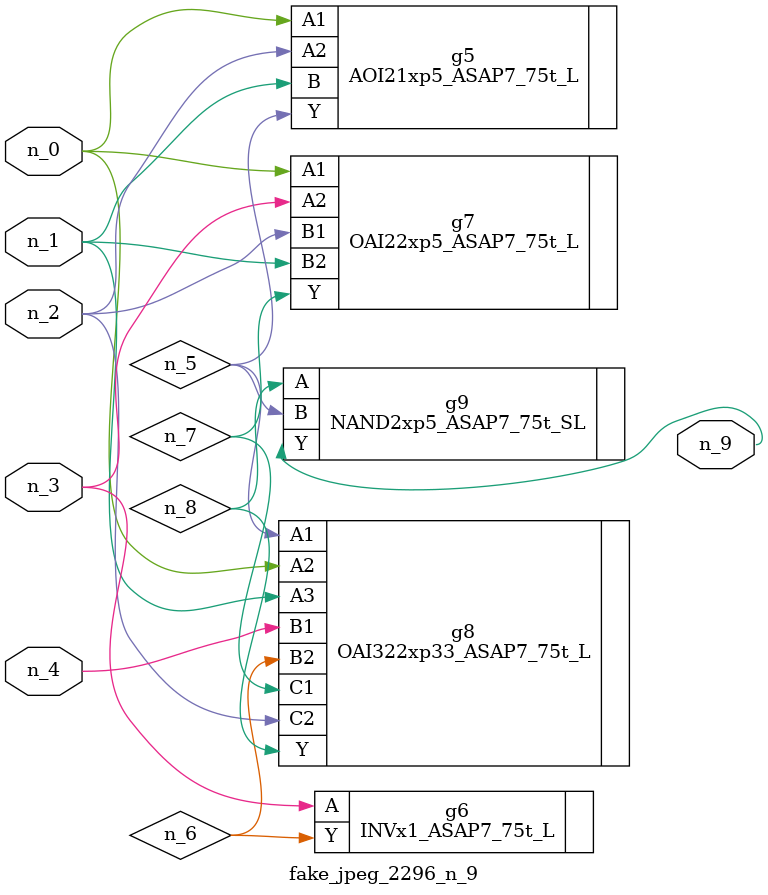
<source format=v>
module fake_jpeg_2296_n_9 (n_3, n_2, n_1, n_0, n_4, n_9);

input n_3;
input n_2;
input n_1;
input n_0;
input n_4;

output n_9;

wire n_8;
wire n_6;
wire n_5;
wire n_7;

AOI21xp5_ASAP7_75t_L g5 ( 
.A1(n_0),
.A2(n_2),
.B(n_1),
.Y(n_5)
);

INVx1_ASAP7_75t_L g6 ( 
.A(n_3),
.Y(n_6)
);

OAI22xp5_ASAP7_75t_L g7 ( 
.A1(n_0),
.A2(n_3),
.B1(n_2),
.B2(n_1),
.Y(n_7)
);

OAI322xp33_ASAP7_75t_L g8 ( 
.A1(n_5),
.A2(n_0),
.A3(n_1),
.B1(n_4),
.B2(n_6),
.C1(n_7),
.C2(n_2),
.Y(n_8)
);

NAND2xp5_ASAP7_75t_SL g9 ( 
.A(n_8),
.B(n_5),
.Y(n_9)
);


endmodule
</source>
